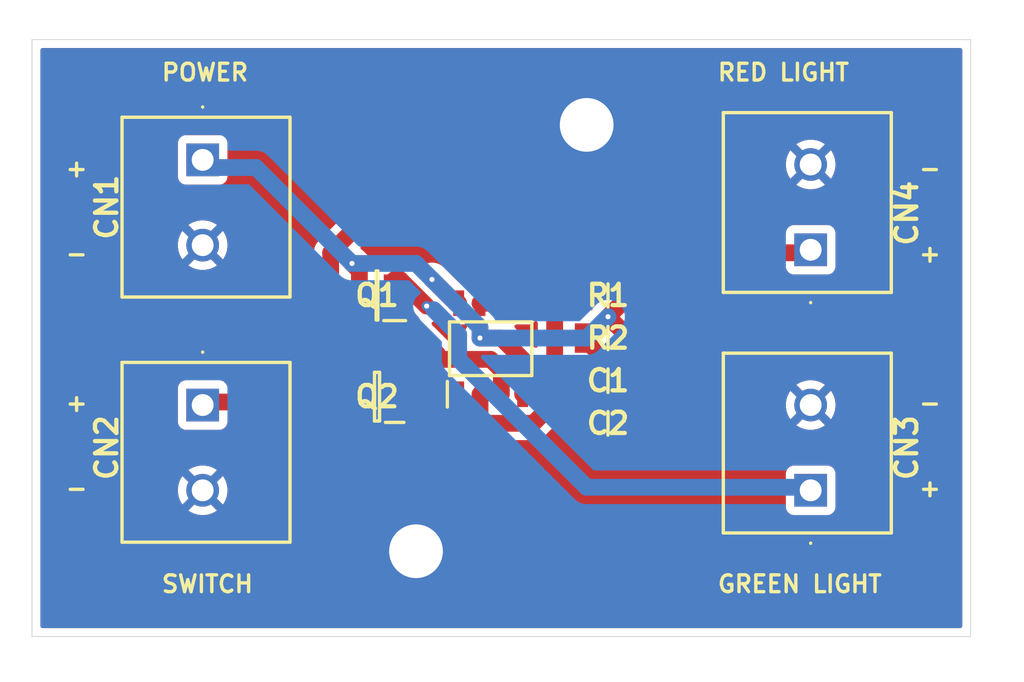
<source format=kicad_pcb>
(kicad_pcb (version 20241229) (generator "pcbnew") (generator_version "9.0")
  (layers (0 "F.Cu" signal) (2 "B.Cu" signal) (13 "F.Paste" user) (15 "B.Paste" user) (5 "F.SilkS" user "F.Silkscreen") (7 "B.SilkS" user "B.Silkscreen") (1 "F.Mask" user) (3 "B.Mask" user) (25 "Edge.Cuts" user))
  (net 0 "")
  (net 1 "Net-(IC1-CONT)")
  (net 2 "GND")
  (net 3 "Net-(IC1-DISCH)")
  (net 4 "Net-(IC1-TRIG)")
  (net 5 "Net-(Q1-S)")
  (net 6 "Net-(IC1-OUT)")
  (net 7 "VIN")
  (net 8 "Net-(Q2-D)")
  (footprint "MountingHole:MountingHole_3.2mm_M3_Pad_TopBottom" (layer "F.Cu") (at 108.585 48.08)
    (property "Reference" "H2" (hide yes))
    (property "Value" "MountingHole_Pad" (hide yes))
    (pad "1" thru_hole circle (at 0 0) (size 3.6 3.6) (drill 3.2) (layers "*.Cu" "*.Mask") (net 2 "GND"))
    (pad "1" connect circle (at 0 0) (size 6.4 6.4) (layers "F.Cu" "F.Mask") (net 2 "GND"))
    (pad "1" connect circle (at 0 0) (size 6.4 6.4) (layers "B.Cu" "B.Mask") (net 2 "GND"))
  )
  (footprint "MountingHole:MountingHole_3.2mm_M3_Pad_TopBottom" (layer "F.Cu") (at 98.425 73.48)
    (property "Reference" "H1" (hide yes))
    (property "Value" "MountingHole_Pad" (hide yes))
    (pad "1" thru_hole circle (at 0 0) (size 3.6 3.6) (drill 3.2) (layers "*.Cu" "*.Mask") (net 2 "GND"))
    (pad "1" connect circle (at 0 0) (size 6.4 6.4) (layers "F.Cu" "F.Mask") (net 2 "GND"))
    (pad "1" connect circle (at 0 0) (size 6.4 6.4) (layers "B.Cu" "B.Mask") (net 2 "GND"))
  )
  (footprint "SamacSys_Parts:RESC3116X65N" (layer "F.Cu") (at 109.855 58.24)
    (property "Reference" "R1" (at 0 0 0) (layer "F.SilkS") (effects (font (size 1.27 1.27) (thickness 0.254))))
    (property "Value" "CRGCQ1206F10K" (hide yes))
    (fp_line (start 0 -0.688) (end 0 0.688) (stroke (width 0.2)) (layer "F.SilkS"))
    (pad "1" smd rect (at -1.45 0) (size 1.05 1.75) (layers "F.Cu" "F.Mask" "F.Paste") (net 4 "Net-(IC1-TRIG)"))
    (pad "2" smd rect (at 1.45 0) (size 1.05 1.75) (layers "F.Cu" "F.Mask" "F.Paste") (net 7 "VIN"))
  )
  (footprint "SamacSys_Parts:RESC3116X65N" (layer "F.Cu") (at 109.855 60.78)
    (property "Reference" "R2" (at 0 0 0) (layer "F.SilkS") (effects (font (size 1.27 1.27) (thickness 0.254))))
    (property "Value" "CRGCQ1206F100K" (hide yes))
    (fp_line (start 0 -0.688) (end 0 0.688) (stroke (width 0.2)) (layer "F.SilkS"))
    (pad "1" smd rect (at -1.45 0) (size 1.05 1.75) (layers "F.Cu" "F.Mask" "F.Paste") (net 3 "Net-(IC1-DISCH)"))
    (pad "2" smd rect (at 1.45 0) (size 1.05 1.75) (layers "F.Cu" "F.Mask" "F.Paste") (net 7 "VIN"))
  )
  (footprint "SamacSys_Parts:SOT96P240X110-3N" (layer "F.Cu") (at 96.105 64.27 180)
    (property "Reference" "Q2" (at 0 0 180) (layer "F.SilkS") (effects (font (size 1.27 1.27) (thickness 0.254))))
    (property "Value" "DMP3130L-7" (hide yes))
    (fp_line (start 0.15 1.45) (end -0.15 1.45) (stroke (width 0.2)) (layer "F.SilkS"))
    (fp_line (start 0.15 -1.45) (end 0.15 1.45) (stroke (width 0.2)) (layer "F.SilkS"))
    (fp_line (start -0.15 1.45) (end -0.15 -1.45) (stroke (width 0.2)) (layer "F.SilkS"))
    (fp_line (start -0.15 -1.45) (end 0.15 -1.45) (stroke (width 0.2)) (layer "F.SilkS"))
    (fp_line (start -1.6 -1.535) (end -0.5 -1.535) (stroke (width 0.2)) (layer "F.SilkS"))
    (pad "1" smd rect (at -1.05 -0.96 270) (size 0.65 1.1) (layers "F.Cu" "F.Mask" "F.Paste") (net 6 "Net-(IC1-OUT)"))
    (pad "2" smd rect (at -1.05 0.96 270) (size 0.65 1.1) (layers "F.Cu" "F.Mask" "F.Paste") (net 7 "VIN"))
    (pad "3" smd rect (at 1.05 0 270) (size 0.65 1.1) (layers "F.Cu" "F.Mask" "F.Paste") (net 8 "Net-(Q2-D)"))
  )
  (footprint "SamacSys_Parts:SOT95P237X112-3N" (layer "F.Cu") (at 96.105 58.24 180)
    (property "Reference" "Q1" (at 0 0 180) (layer "F.SilkS") (effects (font (size 1.27 1.27) (thickness 0.254))))
    (property "Value" "IRLML6344TRPBF" (hide yes))
    (fp_line (start 0.05 1.46) (end -0.05 1.46) (stroke (width 0.2)) (layer "F.SilkS"))
    (fp_line (start 0.05 -1.46) (end 0.05 1.46) (stroke (width 0.2)) (layer "F.SilkS"))
    (fp_line (start -0.05 1.46) (end -0.05 -1.46) (stroke (width 0.2)) (layer "F.SilkS"))
    (fp_line (start -0.05 -1.46) (end 0.05 -1.46) (stroke (width 0.2)) (layer "F.SilkS"))
    (fp_line (start -1.7 -1.5) (end -0.4 -1.5) (stroke (width 0.2)) (layer "F.SilkS"))
    (pad "1" smd rect (at -1.05 -0.95 270) (size 0.6 1.3) (layers "F.Cu" "F.Mask" "F.Paste") (net 6 "Net-(IC1-OUT)"))
    (pad "2" smd rect (at -1.05 0.95 270) (size 0.6 1.3) (layers "F.Cu" "F.Mask" "F.Paste") (net 5 "Net-(Q1-S)"))
    (pad "3" smd rect (at 1.05 0 270) (size 0.6 1.3) (layers "F.Cu" "F.Mask" "F.Paste") (net 7 "VIN"))
  )
  (footprint "SamacSys_Parts:1716080000" (layer "F.Cu") (at 85.725 50.165 -90)
    (property "Reference" "CN1" (at 2.815 5.715 90) (layer "F.SilkS") (effects (font (size 1.27 1.27) (thickness 0.254))))
    (property "Value" "1716080000" (hide yes))
    (fp_line (start -2.54 4.8) (end -2.54 -5.2) (stroke (width 0.2)) (layer "F.SilkS"))
    (fp_line (start 8.17 4.8) (end -2.54 4.8) (stroke (width 0.2)) (layer "F.SilkS"))
    (fp_line (start -3.2 0) (end -3.2 0) (stroke (width 0.1)) (layer "F.SilkS"))
    (fp_line (start -3.1 0) (end -3.1 0) (stroke (width 0.1)) (layer "F.SilkS"))
    (fp_line (start -2.54 -5.2) (end 8.17 -5.2) (stroke (width 0.2)) (layer "F.SilkS"))
    (fp_line (start 8.17 -5.2) (end 8.17 4.8) (stroke (width 0.2)) (layer "F.SilkS"))
    (fp_arc (start -3.2 0) (mid -3.15 -0.05) (end -3.1 0) (stroke (width 0.1)) (layer "F.SilkS"))
    (fp_arc (start -3.1 0) (mid -3.15 0.05) (end -3.2 0) (stroke (width 0.1)) (layer "F.SilkS"))
    (pad "1" thru_hole rect (at 0 0 270) (size 1.95 1.95) (drill 1.3) (layers "*.Cu" "*.Mask") (net 7 "VIN"))
    (pad "2" thru_hole circle (at 5.08 0 270) (size 1.95 1.95) (drill 1.3) (layers "*.Cu" "*.Mask") (net 2 "GND"))
  )
  (footprint "SamacSys_Parts:CAPC3216X229N" (layer "F.Cu") (at 109.855 65.86)
    (property "Reference" "C2" (at 0 0 0) (layer "F.SilkS") (effects (font (size 1.27 1.27) (thickness 0.254))))
    (property "Value" "12063D226MAT2A" (hide yes))
    (fp_line (start 0 -0.7) (end 0 0.7) (stroke (width 0.2)) (layer "F.SilkS"))
    (pad "1" smd rect (at -1.4 0) (size 1.02 1.82) (layers "F.Cu" "F.Mask" "F.Paste") (net 2 "GND"))
    (pad "2" smd rect (at 1.4 0) (size 1.02 1.82) (layers "F.Cu" "F.Mask" "F.Paste") (net 3 "Net-(IC1-DISCH)"))
  )
  (footprint "SamacSys_Parts:NE555DR" (layer "F.Cu") (at 102.87 61.415 90)
    (property "Reference" "IC1" (hide yes))
    (property "Value" "NE555DR" (hide yes))
    (fp_line (start -3.475 -2.58) (end -1.95 -2.58) (stroke (width 0.2)) (layer "F.SilkS"))
    (fp_line (start 1.6 -2.45) (end 1.6 2.45) (stroke (width 0.2)) (layer "F.SilkS"))
    (fp_line (start -1.6 -2.45) (end 1.6 -2.45) (stroke (width 0.2)) (layer "F.SilkS"))
    (fp_line (start 1.6 2.45) (end -1.6 2.45) (stroke (width 0.2)) (layer "F.SilkS"))
    (fp_line (start -1.6 2.45) (end -1.6 -2.45) (stroke (width 0.2)) (layer "F.SilkS"))
    (pad "1" smd rect (at -2.712 -1.905 180) (size 0.65 1.525) (layers "F.Cu" "F.Paste") (net 2 "GND"))
    (pad "2" smd rect (at -2.712 -0.635 180) (size 0.65 1.525) (layers "F.Cu" "F.Paste") (net 4 "Net-(IC1-TRIG)"))
    (pad "3" smd rect (at -2.712 0.635 180) (size 0.65 1.525) (layers "F.Cu" "F.Paste") (net 6 "Net-(IC1-OUT)"))
    (pad "4" smd rect (at -2.712 1.905 180) (size 0.65 1.525) (layers "F.Cu" "F.Paste") (net 7 "VIN"))
    (pad "5" smd rect (at 2.712 1.905 180) (size 0.65 1.525) (layers "F.Cu" "F.Paste") (net 1 "Net-(IC1-CONT)"))
    (pad "6" smd rect (at 2.712 0.635 180) (size 0.65 1.525) (layers "F.Cu" "F.Paste") (net 3 "Net-(IC1-DISCH)"))
    (pad "7" smd rect (at 2.712 -0.635 180) (size 0.65 1.525) (layers "F.Cu" "F.Paste") (net 3 "Net-(IC1-DISCH)"))
    (pad "8" smd rect (at 2.712 -1.905 180) (size 0.65 1.525) (layers "F.Cu" "F.Paste") (net 7 "VIN"))
  )
  (footprint "SamacSys_Parts:1716080000" (layer "F.Cu") (at 121.92 69.85 90)
    (property "Reference" "CN3" (at 2.54 5.715 270) (layer "F.SilkS") (effects (font (size 1.27 1.27) (thickness 0.254))))
    (property "Value" "1716080000" (hide yes))
    (fp_line (start 8.17 -5.2) (end 8.17 4.8) (stroke (width 0.2)) (layer "F.SilkS"))
    (fp_line (start -2.54 -5.2) (end 8.17 -5.2) (stroke (width 0.2)) (layer "F.SilkS"))
    (fp_line (start -3.1 0) (end -3.1 0) (stroke (width 0.1)) (layer "F.SilkS"))
    (fp_line (start -3.2 0) (end -3.2 0) (stroke (width 0.1)) (layer "F.SilkS"))
    (fp_line (start 8.17 4.8) (end -2.54 4.8) (stroke (width 0.2)) (layer "F.SilkS"))
    (fp_line (start -2.54 4.8) (end -2.54 -5.2) (stroke (width 0.2)) (layer "F.SilkS"))
    (fp_arc (start -3.1 0) (mid -3.15 0.05) (end -3.2 0) (stroke (width 0.1)) (layer "F.SilkS"))
    (fp_arc (start -3.2 0) (mid -3.15 -0.05) (end -3.1 0) (stroke (width 0.1)) (layer "F.SilkS"))
    (pad "1" thru_hole rect (at 0 0 90) (size 1.95 1.95) (drill 1.3) (layers "*.Cu" "*.Mask") (net 5 "Net-(Q1-S)"))
    (pad "2" thru_hole circle (at 5.08 0 90) (size 1.95 1.95) (drill 1.3) (layers "*.Cu" "*.Mask") (net 2 "GND"))
  )
  (footprint "SamacSys_Parts:1716080000" (layer "F.Cu") (at 85.725 64.77 -90)
    (property "Reference" "CN2" (at 2.54 5.715 90) (layer "F.SilkS") (effects (font (size 1.27 1.27) (thickness 0.254))))
    (property "Value" "1716080000" (hide yes))
    (fp_line (start -2.54 4.8) (end -2.54 -5.2) (stroke (width 0.2)) (layer "F.SilkS"))
    (fp_line (start 8.17 4.8) (end -2.54 4.8) (stroke (width 0.2)) (layer "F.SilkS"))
    (fp_line (start -3.2 0) (end -3.2 0) (stroke (width 0.1)) (layer "F.SilkS"))
    (fp_line (start -3.1 0) (end -3.1 0) (stroke (width 0.1)) (layer "F.SilkS"))
    (fp_line (start -2.54 -5.2) (end 8.17 -5.2) (stroke (width 0.2)) (layer "F.SilkS"))
    (fp_line (start 8.17 -5.2) (end 8.17 4.8) (stroke (width 0.2)) (layer "F.SilkS"))
    (fp_arc (start -3.2 0) (mid -3.15 -0.05) (end -3.1 0) (stroke (width 0.1)) (layer "F.SilkS"))
    (fp_arc (start -3.1 0) (mid -3.15 0.05) (end -3.2 0) (stroke (width 0.1)) (layer "F.SilkS"))
    (pad "1" thru_hole rect (at 0 0 270) (size 1.95 1.95) (drill 1.3) (layers "*.Cu" "*.Mask") (net 4 "Net-(IC1-TRIG)"))
    (pad "2" thru_hole circle (at 5.08 0 270) (size 1.95 1.95) (drill 1.3) (layers "*.Cu" "*.Mask") (net 2 "GND"))
  )
  (footprint "SamacSys_Parts:1716080000" (layer "F.Cu") (at 121.92 55.52 90)
    (property "Reference" "CN4" (at 2.18 5.715 90) (layer "F.SilkS") (effects (font (size 1.27 1.27) (thickness 0.254))))
    (property "Value" "1716080000" (hide yes))
    (fp_line (start 8.17 -5.2) (end 8.17 4.8) (stroke (width 0.2)) (layer "F.SilkS"))
    (fp_line (start -2.54 -5.2) (end 8.17 -5.2) (stroke (width 0.2)) (layer "F.SilkS"))
    (fp_line (start -3.1 0) (end -3.1 0) (stroke (width 0.1)) (layer "F.SilkS"))
    (fp_line (start -3.2 0) (end -3.2 0) (stroke (width 0.1)) (layer "F.SilkS"))
    (fp_line (start 8.17 4.8) (end -2.54 4.8) (stroke (width 0.2)) (layer "F.SilkS"))
    (fp_line (start -2.54 4.8) (end -2.54 -5.2) (stroke (width 0.2)) (layer "F.SilkS"))
    (fp_arc (start -3.1 0) (mid -3.15 0.05) (end -3.2 0) (stroke (width 0.1)) (layer "F.SilkS"))
    (fp_arc (start -3.2 0) (mid -3.15 -0.05) (end -3.1 0) (stroke (width 0.1)) (layer "F.SilkS"))
    (pad "1" thru_hole rect (at 0 0 90) (size 1.95 1.95) (drill 1.3) (layers "*.Cu" "*.Mask") (net 8 "Net-(Q2-D)"))
    (pad "2" thru_hole circle (at 5.08 0 90) (size 1.95 1.95) (drill 1.3) (layers "*.Cu" "*.Mask") (net 2 "GND"))
  )
  (footprint "SamacSys_Parts:CAPC3216X152N" (layer "F.Cu") (at 109.855 63.32)
    (property "Reference" "C1" (at 0 0 0) (layer "F.SilkS") (effects (font (size 1.27 1.27) (thickness 0.254))))
    (property "Value" "12063A103JAT2A" (hide yes))
    (fp_line (start 0 -0.7) (end 0 0.7) (stroke (width 0.2)) (layer "F.SilkS"))
    (pad "1" smd rect (at -1.4 0) (size 1.02 1.82) (layers "F.Cu" "F.Mask" "F.Paste") (net 2 "GND"))
    (pad "2" smd rect (at 1.4 0) (size 1.02 1.82) (layers "F.Cu" "F.Mask" "F.Paste") (net 1 "Net-(IC1-CONT)"))
  )
  (gr_line (start 75.565 43) (end 75.565 78.56) (stroke (width 0.05)) (layer "Edge.Cuts"))
  (gr_line (start 75.565 78.56) (end 131.445 78.56) (stroke (width 0.05)) (layer "Edge.Cuts"))
  (gr_line (start 131.445 78.56) (end 131.445 43) (stroke (width 0.05)) (layer "Edge.Cuts"))
  (gr_line (start 131.445 43) (end 75.565 43) (stroke (width 0.05)) (layer "Edge.Cuts"))
  (gr_text "POWER" (at 83.185 45.54 0) (layer "F.SilkS") (effects (font (size 1 1) (thickness 0.2) (bold yes)) (justify left bottom)))
  (gr_text "-" (at 77.47 56.335 0) (layer "F.SilkS") (effects (font (size 1 1) (thickness 0.2) (bold yes)) (justify left bottom)))
  (gr_text "+" (at 77.47 65.225 0) (layer "F.SilkS") (effects (font (size 1 1) (thickness 0.2) (bold yes)) (justify left bottom)))
  (gr_text "GREEN LIGHT" (at 116.285 76.02 0) (layer "F.SilkS") (effects (font (size 1 1) (thickness 0.2) (bold yes)) (justify left bottom)))
  (gr_text "RED LIGHT" (at 116.285 45.54 0) (layer "F.SilkS") (effects (font (size 1 1) (thickness 0.2) (bold yes)) (justify left bottom)))
  (gr_text "+" (at 128.27 56.335 0) (layer "F.SilkS") (effects (font (size 1 1) (thickness 0.2) (bold yes)) (justify left bottom)))
  (gr_text "-" (at 128.27 65.225 0) (layer "F.SilkS") (effects (font (size 1 1) (thickness 0.2) (bold yes)) (justify left bottom)))
  (gr_text "-" (at 128.27 51.255 0) (layer "F.SilkS") (effects (font (size 1 1) (thickness 0.2) (bold yes)) (justify left bottom)))
  (gr_text "SWITCH" (at 83.185 76.02 0) (layer "F.SilkS") (effects (font (size 1 1) (thickness 0.2) (bold yes)) (justify left bottom)))
  (gr_text "+" (at 77.47 51.255 0) (layer "F.SilkS") (effects (font (size 1 1) (thickness 0.2) (bold yes)) (justify left bottom)))
  (gr_text "-" (at 77.47 70.305 0) (layer "F.SilkS") (effects (font (size 1 1) (thickness 0.2) (bold yes)) (justify left bottom)))
  (gr_text "+" (at 128.27 70.305 0) (layer "F.SilkS") (effects (font (size 1 1) (thickness 0.2) (bold yes)) (justify left bottom)))
  (segment (start 112.395 63.32) (end 113.03 62.685) (width 1) (layer "F.Cu") (net 1))
  (segment (start 104.775 57.605) (end 104.775 58.703) (width 1) (layer "F.Cu") (net 1))
  (segment (start 106.045 56.335) (end 104.775 57.605) (width 1) (layer "F.Cu") (net 1))
  (segment (start 111.255 63.32) (end 112.395 63.32) (width 1) (layer "F.Cu") (net 1))
  (segment (start 113.03 62.685) (end 113.03 56.97) (width 1) (layer "F.Cu") (net 1))
  (segment (start 112.395 56.335) (end 106.045 56.335) (width 1) (layer "F.Cu") (net 1))
  (segment (start 113.03 56.97) (end 112.395 56.335) (width 1) (layer "F.Cu") (net 1))
  (segment (start 103.505 56.97) (end 103.505 58.703) (width 1) (layer "F.Cu") (net 3))
  (segment (start 110.49 65.86) (end 109.855 65.225) (width 1) (layer "F.Cu") (net 3))
  (segment (start 111.255 65.86) (end 110.49 65.86) (width 1) (layer "F.Cu") (net 3))
  (segment (start 114.3 63.32) (end 114.3 56.335) (width 1) (layer "F.Cu") (net 3))
  (segment (start 111.255 65.86) (end 111.76 65.86) (width 1) (layer "F.Cu") (net 3))
  (segment (start 102.235 58.703) (end 103.505 58.703) (width 1) (layer "F.Cu") (net 3))
  (segment (start 114.3 56.335) (end 113.03 55.065) (width 1) (layer "F.Cu") (net 3))
  (segment (start 109.855 65.225) (end 109.855 62.23) (width 1) (layer "F.Cu") (net 3))
  (segment (start 105.41 55.065) (end 103.505 56.97) (width 1) (layer "F.Cu") (net 3))
  (segment (start 108.405 60.78) (end 109.855 62.23) (width 1) (layer "F.Cu") (net 3))
  (segment (start 113.03 55.065) (end 105.41 55.065) (width 1) (layer "F.Cu") (net 3))
  (segment (start 111.76 65.86) (end 114.3 63.32) (width 1) (layer "F.Cu") (net 3))
  (segment (start 106.68 64.59) (end 105.41 65.86) (width 1) (layer "F.Cu") (net 4))
  (segment (start 85.725 64.59) (end 89.535 64.59) (width 1) (layer "F.Cu") (net 4))
  (segment (start 89.535 64.59) (end 93.525 68.58) (width 1) (layer "F.Cu") (net 4))
  (segment (start 99.515 68.58) (end 102.235 65.86) (width 1) (layer "F.Cu") (net 4))
  (segment (start 102.235 65.86) (end 102.235 64.127) (width 1) (layer "F.Cu") (net 4))
  (segment (start 106.68 59.51) (end 106.68 64.59) (width 1) (layer "F.Cu") (net 4))
  (segment (start 105.41 65.86) (end 102.235 65.86) (width 1) (layer "F.Cu") (net 4))
  (segment (start 107.95 58.24) (end 106.68 59.51) (width 1) (layer "F.Cu") (net 4))
  (segment (start 108.405 58.24) (end 107.95 58.24) (width 1) (layer "F.Cu") (net 4))
  (segment (start 93.525 68.58) (end 99.515 68.58) (width 1) (layer "F.Cu") (net 4))
  (segment (start 97.475 57.29) (end 99.06 58.875) (width 1) (layer "F.Cu") (net 5))
  (segment (start 97.155 57.29) (end 97.475 57.29) (width 1) (layer "F.Cu") (net 5))
  (via (at 99.06 58.875) (size 0.6) (drill 0.3) (layers "F.Cu" "B.Cu") (net 5))
  (segment (start 100.965 60.572056) (end 99.481472 59.088528) (width 1) (layer "B.Cu") (net 5))
  (segment (start 108.585 69.67) (end 100.965 62.05) (width 1) (layer "B.Cu") (net 5))
  (segment (start 100.965 62.05) (end 100.965 60.572056) (width 1) (layer "B.Cu") (net 5))
  (segment (start 121.485 69.67) (end 108.585 69.67) (width 1) (layer "B.Cu") (net 5))
  (segment (start 103.505 62.685) (end 102.87 62.05) (width 1) (layer "F.Cu") (net 6))
  (segment (start 99.06 63.325) (end 97.155 65.23) (width 1) (layer "F.Cu") (net 6))
  (segment (start 99.695 62.05) (end 99.06 62.685) (width 1) (layer "F.Cu") (net 6))
  (segment (start 103.505 64.127) (end 103.505 62.685) (width 1) (layer "F.Cu") (net 6))
  (segment (start 99.06 62.685) (end 99.06 63.325) (width 1) (layer "F.Cu") (net 6))
  (segment (start 102.87 62.05) (end 99.695 62.05) (width 1) (layer "F.Cu") (net 6))
  (segment (start 99.695 62.05) (end 99.695 61.73) (width 1) (layer "F.Cu") (net 6))
  (segment (start 99.695 61.73) (end 97.155 59.19) (width 1) (layer "F.Cu") (net 6))
  (segment (start 104.775 62.05) (end 104.775 64.127) (width 1) (layer "F.Cu") (net 7))
  (segment (start 95.25 58.435) (end 95.055 58.24) (width 1) (layer "F.Cu") (net 7))
  (segment (start 103.505 60.78) (end 104.775 62.05) (width 1) (layer "F.Cu") (net 7))
  (segment (start 97.155 63.31) (end 97.155 62.685) (width 1) (layer "F.Cu") (net 7))
  (segment (start 95.25 60.78) (end 95.25 58.435) (width 1) (layer "F.Cu") (net 7))
  (segment (start 97.155 62.685) (end 95.25 60.78) (width 1) (layer "F.Cu") (net 7))
  (segment (start 109.855 59.51) (end 111.125 58.24) (width 1) (layer "F.Cu") (net 7))
  (segment (start 111.125 60.78) (end 109.855 59.51) (width 1) (layer "F.Cu") (net 7))
  (segment (start 102.235 60.78) (end 103.505 60.78) (width 1) (layer "F.Cu") (net 7))
  (segment (start 100.793 58.703) (end 99.3775 57.2875) (width 1) (layer "F.Cu") (net 7))
  (segment (start 111.305 60.78) (end 111.125 60.78) (width 1) (layer "F.Cu") (net 7))
  (segment (start 95.055 58.24) (end 95.055 56.775) (width 1) (layer "F.Cu") (net 7))
  (segment (start 95.055 56.775) (end 94.615 56.335) (width 1) (layer "F.Cu") (net 7))
  (segment (start 111.125 58.24) (end 111.305 58.24) (width 1) (layer "F.Cu") (net 7))
  (segment (start 100.965 58.703) (end 100.793 58.703) (width 1) (layer "F.Cu") (net 7))
  (via (at 102.235 60.78) (size 0.6) (drill 0.3) (layers "F.Cu" "B.Cu") (net 7))
  (via (at 94.615 56.335) (size 0.6) (drill 0.3) (layers "F.Cu" "B.Cu") (net 7))
  (via (at 109.855 59.51) (size 0.6) (drill 0.3) (layers "F.Cu" "B.Cu") (net 7))
  (via (at 99.3775 57.2875) (size 0.6) (drill 0.3) (layers "F.Cu" "B.Cu") (net 7))
  (segment (start 102.235 60.78) (end 102.235 60.145) (width 1) (layer "B.Cu") (net 7))
  (segment (start 94.615 56.335) (end 88.9 50.62) (width 1) (layer "B.Cu") (net 7))
  (segment (start 108.585 60.78) (end 109.855 59.51) (width 1) (layer "B.Cu") (net 7))
  (segment (start 98.425 56.335) (end 99.3775 57.2875) (width 1) (layer "B.Cu") (net 7))
  (segment (start 94.615 56.335) (end 98.425 56.335) (width 1) (layer "B.Cu") (net 7))
  (segment (start 88.9 50.62) (end 85.725 50.62) (width 1) (layer "B.Cu") (net 7))
  (segment (start 102.235 60.145) (end 99.3775 57.2875) (width 1) (layer "B.Cu") (net 7))
  (segment (start 102.235 60.78) (end 108.585 60.78) (width 1) (layer "B.Cu") (net 7))
  (segment (start 115.57 53.16) (end 118.11 55.7) (width 1) (layer "F.Cu") (net 8))
  (segment (start 93.345 55.7) (end 95.885 53.16) (width 1) (layer "F.Cu") (net 8))
  (segment (start 118.11 55.7) (end 121.485 55.7) (width 1) (layer "F.Cu") (net 8))
  (segment (start 95.885 53.16) (end 115.57 53.16) (width 1) (layer "F.Cu") (net 8))
  (segment (start 95.055 62.49) (end 93.345 60.78) (width 1) (layer "F.Cu") (net 8))
  (segment (start 95.055 64.27) (end 95.055 62.49) (width 1) (layer "F.Cu") (net 8))
  (segment (start 93.345 60.78) (end 93.345 55.7) (width 1) (layer "F.Cu") (net 8))
  (zone (net 2) (net_name "GND") (layers "F.Cu" "B.Cu") (connect_pads (clearance 0.5)) (min_thickness 0.25) (fill yes (thermal_gap 0.5) (thermal_bridge_width 0.5) (island_removal_mode 1) (island_area_min 10))
    (polygon (pts (xy 134.62 40.64) (xy 134.62 81.28) (xy 73.66 81.28) (xy 73.66 40.64)))
  )
)
</source>
